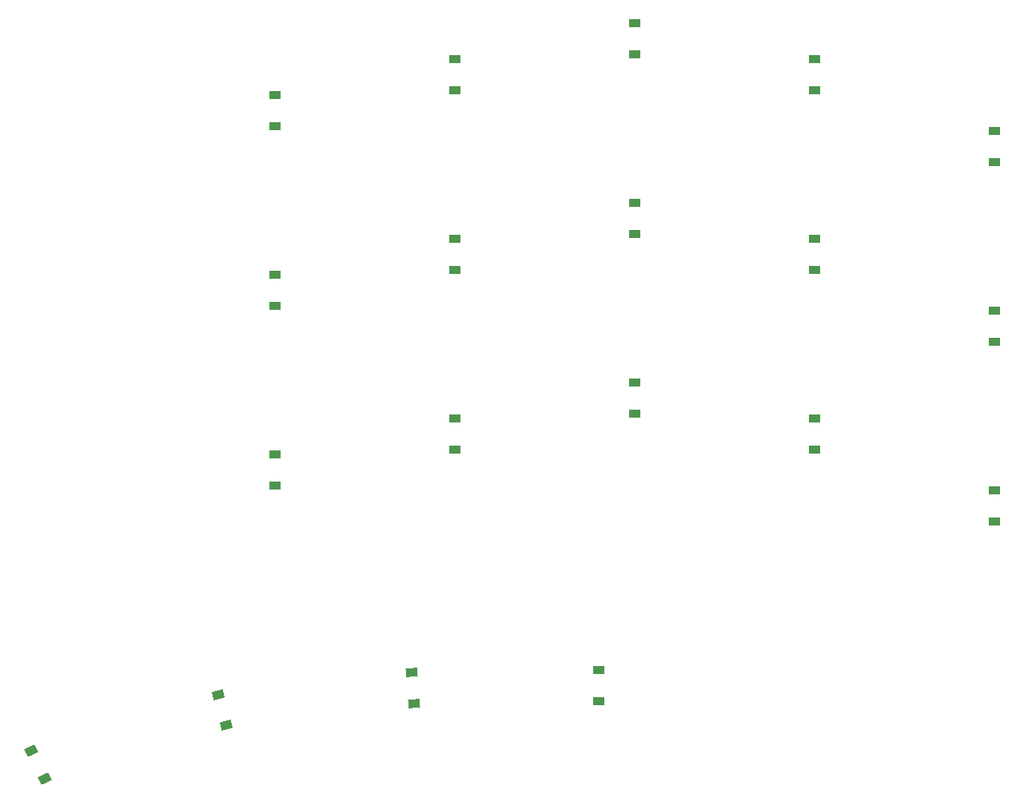
<source format=gbr>
%TF.GenerationSoftware,KiCad,Pcbnew,9.0.6*%
%TF.CreationDate,2026-01-03T00:52:40-08:00*%
%TF.ProjectId,pcb_right,7063625f-7269-4676-9874-2e6b69636164,4.2.1*%
%TF.SameCoordinates,Original*%
%TF.FileFunction,Paste,Top*%
%TF.FilePolarity,Positive*%
%FSLAX46Y46*%
G04 Gerber Fmt 4.6, Leading zero omitted, Abs format (unit mm)*
G04 Created by KiCad (PCBNEW 9.0.6) date 2026-01-03 00:52:40*
%MOMM*%
%LPD*%
G01*
G04 APERTURE LIST*
G04 Aperture macros list*
%AMRotRect*
0 Rectangle, with rotation*
0 The origin of the aperture is its center*
0 $1 length*
0 $2 width*
0 $3 Rotation angle, in degrees counterclockwise*
0 Add horizontal line*
21,1,$1,$2,0,0,$3*%
G04 Aperture macros list end*
%ADD10R,1.200000X0.900000*%
%ADD11RotRect,0.900000X1.200000X105.000000*%
%ADD12RotRect,0.900000X1.200000X95.000000*%
%ADD13RotRect,0.900000X1.200000X115.000000*%
G04 APERTURE END LIST*
D10*
%TO.C,D5*%
X320350000Y-126980000D03*
X320350000Y-123680000D03*
%TD*%
%TO.C,D2*%
X339400000Y-134600000D03*
X339400000Y-131300000D03*
%TD*%
%TO.C,D9*%
X301300000Y-104120000D03*
X301300000Y-100820000D03*
%TD*%
%TO.C,D14*%
X263200000Y-130790000D03*
X263200000Y-127490000D03*
%TD*%
%TO.C,D3*%
X339400000Y-115550000D03*
X339400000Y-112250000D03*
%TD*%
D11*
%TO.C,D18*%
X258027965Y-175214021D03*
X257173865Y-172026465D03*
%TD*%
D10*
%TO.C,D15*%
X263200000Y-111740000D03*
X263200000Y-108440000D03*
%TD*%
%TO.C,D11*%
X282250000Y-126980000D03*
X282250000Y-123680000D03*
%TD*%
%TO.C,D4*%
X320350000Y-146030000D03*
X320350000Y-142730000D03*
%TD*%
%TO.C,D16*%
X297490000Y-172700000D03*
X297490000Y-169400000D03*
%TD*%
%TO.C,D8*%
X301300000Y-123170000D03*
X301300000Y-119870000D03*
%TD*%
%TO.C,D1*%
X339400000Y-153650000D03*
X339400000Y-150350000D03*
%TD*%
%TO.C,D10*%
X282250000Y-146030000D03*
X282250000Y-142730000D03*
%TD*%
%TO.C,D13*%
X263200000Y-149840000D03*
X263200000Y-146540000D03*
%TD*%
D12*
%TO.C,D17*%
X277937568Y-172942424D03*
X277649954Y-169654982D03*
%TD*%
D10*
%TO.C,D6*%
X320350000Y-107930000D03*
X320350000Y-104630000D03*
%TD*%
%TO.C,D7*%
X301300000Y-142220000D03*
X301300000Y-138920000D03*
%TD*%
%TO.C,D12*%
X282250000Y-107930000D03*
X282250000Y-104630000D03*
%TD*%
D13*
%TO.C,D19*%
X238815294Y-180908373D03*
X237420654Y-177917557D03*
%TD*%
M02*

</source>
